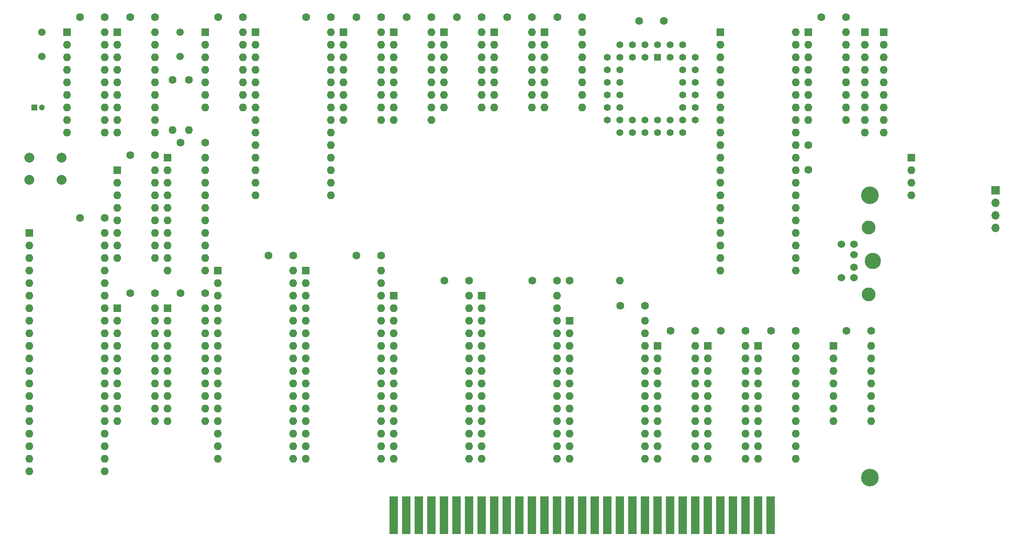
<source format=gbr>
G04 #@! TF.GenerationSoftware,KiCad,Pcbnew,(5.1.8)-1*
G04 #@! TF.CreationDate,2024-04-24T09:04:01-06:00*
G04 #@! TF.ProjectId,8088 PCB,38303838-2050-4434-922e-6b696361645f,rev?*
G04 #@! TF.SameCoordinates,Original*
G04 #@! TF.FileFunction,Soldermask,Bot*
G04 #@! TF.FilePolarity,Negative*
%FSLAX46Y46*%
G04 Gerber Fmt 4.6, Leading zero omitted, Abs format (unit mm)*
G04 Created by KiCad (PCBNEW (5.1.8)-1) date 2024-04-24 09:04:01*
%MOMM*%
%LPD*%
G01*
G04 APERTURE LIST*
%ADD10O,1.600000X1.600000*%
%ADD11R,1.600000X1.600000*%
%ADD12C,1.600000*%
%ADD13O,1.700000X1.700000*%
%ADD14R,1.700000X1.700000*%
%ADD15R,1.780000X7.620000*%
%ADD16C,1.500000*%
%ADD17C,1.422400*%
%ADD18R,1.422400X1.422400*%
%ADD19C,2.000000*%
%ADD20C,1.200000*%
%ADD21R,1.200000X1.200000*%
%ADD22C,3.556000*%
%ADD23C,2.794000*%
%ADD24C,3.302000*%
%ADD25C,1.524000*%
G04 APERTURE END LIST*
D10*
G04 #@! TO.C,R17*
X229870000Y-63500000D03*
X229870000Y-60960000D03*
X229870000Y-58420000D03*
X229870000Y-55880000D03*
X229870000Y-53340000D03*
X229870000Y-50800000D03*
X229870000Y-48260000D03*
X229870000Y-45720000D03*
D11*
X229870000Y-43180000D03*
G04 #@! TD*
D10*
G04 #@! TO.C,R16*
X233680000Y-63500000D03*
X233680000Y-60960000D03*
X233680000Y-58420000D03*
X233680000Y-55880000D03*
X233680000Y-53340000D03*
X233680000Y-50800000D03*
X233680000Y-48260000D03*
X233680000Y-45720000D03*
D11*
X233680000Y-43180000D03*
G04 #@! TD*
D10*
G04 #@! TO.C,R13*
X180340000Y-93472000D03*
D12*
X170180000Y-93472000D03*
G04 #@! TD*
D13*
G04 #@! TO.C,J3*
X256286000Y-82804000D03*
X256286000Y-80264000D03*
X256286000Y-77724000D03*
D14*
X256286000Y-75184000D03*
G04 #@! TD*
D10*
G04 #@! TO.C,R7*
X239268000Y-76200000D03*
X239268000Y-73660000D03*
X239268000Y-71120000D03*
D11*
X239268000Y-68580000D03*
G04 #@! TD*
D10*
G04 #@! TO.C,R2*
X93218000Y-62992000D03*
D12*
X93218000Y-52832000D03*
G04 #@! TD*
D10*
G04 #@! TO.C,R1*
X89916000Y-62992000D03*
D12*
X89916000Y-52832000D03*
G04 #@! TD*
G04 #@! TO.C,C26*
X157560000Y-40132000D03*
X162560000Y-40132000D03*
G04 #@! TD*
G04 #@! TO.C,C25*
X147400000Y-40132000D03*
X152400000Y-40132000D03*
G04 #@! TD*
G04 #@! TO.C,C24*
X200740000Y-103632000D03*
X205740000Y-103632000D03*
G04 #@! TD*
G04 #@! TO.C,C23*
X210900000Y-103632000D03*
X215900000Y-103632000D03*
G04 #@! TD*
G04 #@! TO.C,C22*
X81360000Y-40132000D03*
X86360000Y-40132000D03*
G04 #@! TD*
G04 #@! TO.C,C21*
X167720000Y-40132000D03*
X172720000Y-40132000D03*
G04 #@! TD*
G04 #@! TO.C,C20*
X226140000Y-103632000D03*
X231140000Y-103632000D03*
G04 #@! TD*
G04 #@! TO.C,C19*
X184230000Y-40894000D03*
X189230000Y-40894000D03*
G04 #@! TD*
G04 #@! TO.C,C18*
X99140000Y-40132000D03*
X104140000Y-40132000D03*
G04 #@! TD*
G04 #@! TO.C,C17*
X71200000Y-40132000D03*
X76200000Y-40132000D03*
G04 #@! TD*
G04 #@! TO.C,C16*
X137240000Y-40132000D03*
X142240000Y-40132000D03*
G04 #@! TD*
G04 #@! TO.C,C15*
X144860000Y-93472000D03*
X149860000Y-93472000D03*
G04 #@! TD*
G04 #@! TO.C,C14*
X127080000Y-88392000D03*
X132080000Y-88392000D03*
G04 #@! TD*
G04 #@! TO.C,C13*
X109300000Y-88392000D03*
X114300000Y-88392000D03*
G04 #@! TD*
G04 #@! TO.C,C12*
X127080000Y-40132000D03*
X132080000Y-40132000D03*
G04 #@! TD*
G04 #@! TO.C,C11*
X190580000Y-103632000D03*
X195580000Y-103632000D03*
G04 #@! TD*
G04 #@! TO.C,C10*
X218440000Y-71040000D03*
X218440000Y-66040000D03*
G04 #@! TD*
G04 #@! TO.C,C9*
X116920000Y-40132000D03*
X121920000Y-40132000D03*
G04 #@! TD*
G04 #@! TO.C,C8*
X81360000Y-68072000D03*
X86360000Y-68072000D03*
G04 #@! TD*
G04 #@! TO.C,C7*
X221060000Y-40132000D03*
X226060000Y-40132000D03*
G04 #@! TD*
G04 #@! TO.C,C6*
X162640000Y-93472000D03*
X167640000Y-93472000D03*
G04 #@! TD*
G04 #@! TO.C,C5*
X180420000Y-98552000D03*
X185420000Y-98552000D03*
G04 #@! TD*
G04 #@! TO.C,C4*
X81360000Y-96012000D03*
X86360000Y-96012000D03*
G04 #@! TD*
G04 #@! TO.C,C3*
X91520000Y-65532000D03*
X96520000Y-65532000D03*
G04 #@! TD*
G04 #@! TO.C,C2*
X91520000Y-96012000D03*
X96520000Y-96012000D03*
G04 #@! TD*
G04 #@! TO.C,C1*
X71200000Y-80772000D03*
X76200000Y-80772000D03*
G04 #@! TD*
D15*
G04 #@! TO.C,J1*
X134620000Y-140970000D03*
X137160000Y-140970000D03*
X139700000Y-140970000D03*
X142240000Y-140970000D03*
X144780000Y-140970000D03*
X147320000Y-140970000D03*
X149860000Y-140970000D03*
X152400000Y-140970000D03*
X154940000Y-140970000D03*
X157480000Y-140970000D03*
X160020000Y-140970000D03*
X162560000Y-140970000D03*
X165100000Y-140970000D03*
X167640000Y-140970000D03*
X170180000Y-140970000D03*
X172720000Y-140970000D03*
X175260000Y-140970000D03*
X177800000Y-140970000D03*
X180340000Y-140970000D03*
X182880000Y-140970000D03*
X185420000Y-140970000D03*
X187960000Y-140970000D03*
X190500000Y-140970000D03*
X193040000Y-140970000D03*
X195580000Y-140970000D03*
X198120000Y-140970000D03*
X200660000Y-140970000D03*
X203200000Y-140970000D03*
X205740000Y-140970000D03*
X208280000Y-140970000D03*
X210820000Y-140970000D03*
G04 #@! TD*
D16*
G04 #@! TO.C,Y2*
X63500000Y-43180000D03*
X63500000Y-48080000D03*
G04 #@! TD*
G04 #@! TO.C,Y1*
X91440000Y-43180000D03*
X91440000Y-48080000D03*
G04 #@! TD*
D10*
G04 #@! TO.C,U26*
X162560000Y-43180000D03*
X154940000Y-58420000D03*
X162560000Y-45720000D03*
X154940000Y-55880000D03*
X162560000Y-48260000D03*
X154940000Y-53340000D03*
X162560000Y-50800000D03*
X154940000Y-50800000D03*
X162560000Y-53340000D03*
X154940000Y-48260000D03*
X162560000Y-55880000D03*
X154940000Y-45720000D03*
X162560000Y-58420000D03*
D11*
X154940000Y-43180000D03*
G04 #@! TD*
D10*
G04 #@! TO.C,U25*
X152400000Y-43180000D03*
X144780000Y-58420000D03*
X152400000Y-45720000D03*
X144780000Y-55880000D03*
X152400000Y-48260000D03*
X144780000Y-53340000D03*
X152400000Y-50800000D03*
X144780000Y-50800000D03*
X152400000Y-53340000D03*
X144780000Y-48260000D03*
X152400000Y-55880000D03*
X144780000Y-45720000D03*
X152400000Y-58420000D03*
D11*
X144780000Y-43180000D03*
G04 #@! TD*
D10*
G04 #@! TO.C,U24*
X205740000Y-106680000D03*
X198120000Y-129540000D03*
X205740000Y-109220000D03*
X198120000Y-127000000D03*
X205740000Y-111760000D03*
X198120000Y-124460000D03*
X205740000Y-114300000D03*
X198120000Y-121920000D03*
X205740000Y-116840000D03*
X198120000Y-119380000D03*
X205740000Y-119380000D03*
X198120000Y-116840000D03*
X205740000Y-121920000D03*
X198120000Y-114300000D03*
X205740000Y-124460000D03*
X198120000Y-111760000D03*
X205740000Y-127000000D03*
X198120000Y-109220000D03*
X205740000Y-129540000D03*
D11*
X198120000Y-106680000D03*
G04 #@! TD*
D10*
G04 #@! TO.C,U23*
X215900000Y-106680000D03*
X208280000Y-129540000D03*
X215900000Y-109220000D03*
X208280000Y-127000000D03*
X215900000Y-111760000D03*
X208280000Y-124460000D03*
X215900000Y-114300000D03*
X208280000Y-121920000D03*
X215900000Y-116840000D03*
X208280000Y-119380000D03*
X215900000Y-119380000D03*
X208280000Y-116840000D03*
X215900000Y-121920000D03*
X208280000Y-114300000D03*
X215900000Y-124460000D03*
X208280000Y-111760000D03*
X215900000Y-127000000D03*
X208280000Y-109220000D03*
X215900000Y-129540000D03*
D11*
X208280000Y-106680000D03*
G04 #@! TD*
D10*
G04 #@! TO.C,U22*
X86360000Y-43180000D03*
X78740000Y-63500000D03*
X86360000Y-45720000D03*
X78740000Y-60960000D03*
X86360000Y-48260000D03*
X78740000Y-58420000D03*
X86360000Y-50800000D03*
X78740000Y-55880000D03*
X86360000Y-53340000D03*
X78740000Y-53340000D03*
X86360000Y-55880000D03*
X78740000Y-50800000D03*
X86360000Y-58420000D03*
X78740000Y-48260000D03*
X86360000Y-60960000D03*
X78740000Y-45720000D03*
X86360000Y-63500000D03*
D11*
X78740000Y-43180000D03*
G04 #@! TD*
D10*
G04 #@! TO.C,U21*
X172720000Y-43180000D03*
X165100000Y-58420000D03*
X172720000Y-45720000D03*
X165100000Y-55880000D03*
X172720000Y-48260000D03*
X165100000Y-53340000D03*
X172720000Y-50800000D03*
X165100000Y-50800000D03*
X172720000Y-53340000D03*
X165100000Y-48260000D03*
X172720000Y-55880000D03*
X165100000Y-45720000D03*
X172720000Y-58420000D03*
D11*
X165100000Y-43180000D03*
G04 #@! TD*
D10*
G04 #@! TO.C,U20*
X231140000Y-106680000D03*
X223520000Y-121920000D03*
X231140000Y-109220000D03*
X223520000Y-119380000D03*
X231140000Y-111760000D03*
X223520000Y-116840000D03*
X231140000Y-114300000D03*
X223520000Y-114300000D03*
X231140000Y-116840000D03*
X223520000Y-111760000D03*
X231140000Y-119380000D03*
X223520000Y-109220000D03*
X231140000Y-121920000D03*
D11*
X223520000Y-106680000D03*
G04 #@! TD*
D17*
G04 #@! TO.C,U19*
X195580000Y-48260000D03*
X195580000Y-50800000D03*
X195580000Y-53340000D03*
X195580000Y-55880000D03*
X195580000Y-58420000D03*
X193040000Y-45720000D03*
X193040000Y-50800000D03*
X193040000Y-53340000D03*
X193040000Y-55880000D03*
X193040000Y-58420000D03*
X193040000Y-60960000D03*
X193040000Y-63500000D03*
X190500000Y-63500000D03*
X187960000Y-63500000D03*
X185420000Y-63500000D03*
X182880000Y-63500000D03*
X180340000Y-63500000D03*
X195580000Y-60960000D03*
X190500000Y-60960000D03*
X187960000Y-60960000D03*
X185420000Y-60960000D03*
X182880000Y-60960000D03*
X180340000Y-60960000D03*
X177800000Y-60960000D03*
X177800000Y-58420000D03*
X177800000Y-55880000D03*
X177800000Y-53340000D03*
X177800000Y-50800000D03*
X177800000Y-48260000D03*
X180340000Y-58420000D03*
X180340000Y-55880000D03*
X180340000Y-53340000D03*
X180340000Y-50800000D03*
X180340000Y-48260000D03*
X190500000Y-45720000D03*
X187960000Y-45720000D03*
X180340000Y-45720000D03*
X182880000Y-45720000D03*
X185420000Y-45720000D03*
X193040000Y-48260000D03*
X190500000Y-48260000D03*
X182880000Y-48260000D03*
X185420000Y-48260000D03*
D18*
X187960000Y-48260000D03*
G04 #@! TD*
D10*
G04 #@! TO.C,U18*
X104140000Y-43180000D03*
X96520000Y-58420000D03*
X104140000Y-45720000D03*
X96520000Y-55880000D03*
X104140000Y-48260000D03*
X96520000Y-53340000D03*
X104140000Y-50800000D03*
X96520000Y-50800000D03*
X104140000Y-53340000D03*
X96520000Y-48260000D03*
X104140000Y-55880000D03*
X96520000Y-45720000D03*
X104140000Y-58420000D03*
D11*
X96520000Y-43180000D03*
G04 #@! TD*
D10*
G04 #@! TO.C,U17*
X76200000Y-43180000D03*
X68580000Y-63500000D03*
X76200000Y-45720000D03*
X68580000Y-60960000D03*
X76200000Y-48260000D03*
X68580000Y-58420000D03*
X76200000Y-50800000D03*
X68580000Y-55880000D03*
X76200000Y-53340000D03*
X68580000Y-53340000D03*
X76200000Y-55880000D03*
X68580000Y-50800000D03*
X76200000Y-58420000D03*
X68580000Y-48260000D03*
X76200000Y-60960000D03*
X68580000Y-45720000D03*
X76200000Y-63500000D03*
D11*
X68580000Y-43180000D03*
G04 #@! TD*
D10*
G04 #@! TO.C,U16*
X142240000Y-43180000D03*
X134620000Y-60960000D03*
X142240000Y-45720000D03*
X134620000Y-58420000D03*
X142240000Y-48260000D03*
X134620000Y-55880000D03*
X142240000Y-50800000D03*
X134620000Y-53340000D03*
X142240000Y-53340000D03*
X134620000Y-50800000D03*
X142240000Y-55880000D03*
X134620000Y-48260000D03*
X142240000Y-58420000D03*
X134620000Y-45720000D03*
X142240000Y-60960000D03*
D11*
X134620000Y-43180000D03*
G04 #@! TD*
D10*
G04 #@! TO.C,U15*
X149860000Y-96520000D03*
X134620000Y-129540000D03*
X149860000Y-99060000D03*
X134620000Y-127000000D03*
X149860000Y-101600000D03*
X134620000Y-124460000D03*
X149860000Y-104140000D03*
X134620000Y-121920000D03*
X149860000Y-106680000D03*
X134620000Y-119380000D03*
X149860000Y-109220000D03*
X134620000Y-116840000D03*
X149860000Y-111760000D03*
X134620000Y-114300000D03*
X149860000Y-114300000D03*
X134620000Y-111760000D03*
X149860000Y-116840000D03*
X134620000Y-109220000D03*
X149860000Y-119380000D03*
X134620000Y-106680000D03*
X149860000Y-121920000D03*
X134620000Y-104140000D03*
X149860000Y-124460000D03*
X134620000Y-101600000D03*
X149860000Y-127000000D03*
X134620000Y-99060000D03*
X149860000Y-129540000D03*
D11*
X134620000Y-96520000D03*
G04 #@! TD*
D10*
G04 #@! TO.C,U14*
X132080000Y-91440000D03*
X116840000Y-129540000D03*
X132080000Y-93980000D03*
X116840000Y-127000000D03*
X132080000Y-96520000D03*
X116840000Y-124460000D03*
X132080000Y-99060000D03*
X116840000Y-121920000D03*
X132080000Y-101600000D03*
X116840000Y-119380000D03*
X132080000Y-104140000D03*
X116840000Y-116840000D03*
X132080000Y-106680000D03*
X116840000Y-114300000D03*
X132080000Y-109220000D03*
X116840000Y-111760000D03*
X132080000Y-111760000D03*
X116840000Y-109220000D03*
X132080000Y-114300000D03*
X116840000Y-106680000D03*
X132080000Y-116840000D03*
X116840000Y-104140000D03*
X132080000Y-119380000D03*
X116840000Y-101600000D03*
X132080000Y-121920000D03*
X116840000Y-99060000D03*
X132080000Y-124460000D03*
X116840000Y-96520000D03*
X132080000Y-127000000D03*
X116840000Y-93980000D03*
X132080000Y-129540000D03*
D11*
X116840000Y-91440000D03*
G04 #@! TD*
D10*
G04 #@! TO.C,U13*
X114300000Y-91440000D03*
X99060000Y-129540000D03*
X114300000Y-93980000D03*
X99060000Y-127000000D03*
X114300000Y-96520000D03*
X99060000Y-124460000D03*
X114300000Y-99060000D03*
X99060000Y-121920000D03*
X114300000Y-101600000D03*
X99060000Y-119380000D03*
X114300000Y-104140000D03*
X99060000Y-116840000D03*
X114300000Y-106680000D03*
X99060000Y-114300000D03*
X114300000Y-109220000D03*
X99060000Y-111760000D03*
X114300000Y-111760000D03*
X99060000Y-109220000D03*
X114300000Y-114300000D03*
X99060000Y-106680000D03*
X114300000Y-116840000D03*
X99060000Y-104140000D03*
X114300000Y-119380000D03*
X99060000Y-101600000D03*
X114300000Y-121920000D03*
X99060000Y-99060000D03*
X114300000Y-124460000D03*
X99060000Y-96520000D03*
X114300000Y-127000000D03*
X99060000Y-93980000D03*
X114300000Y-129540000D03*
D11*
X99060000Y-91440000D03*
G04 #@! TD*
D10*
G04 #@! TO.C,U12*
X132080000Y-43180000D03*
X124460000Y-60960000D03*
X132080000Y-45720000D03*
X124460000Y-58420000D03*
X132080000Y-48260000D03*
X124460000Y-55880000D03*
X132080000Y-50800000D03*
X124460000Y-53340000D03*
X132080000Y-53340000D03*
X124460000Y-50800000D03*
X132080000Y-55880000D03*
X124460000Y-48260000D03*
X132080000Y-58420000D03*
X124460000Y-45720000D03*
X132080000Y-60960000D03*
D11*
X124460000Y-43180000D03*
G04 #@! TD*
D10*
G04 #@! TO.C,U11*
X195580000Y-106680000D03*
X187960000Y-129540000D03*
X195580000Y-109220000D03*
X187960000Y-127000000D03*
X195580000Y-111760000D03*
X187960000Y-124460000D03*
X195580000Y-114300000D03*
X187960000Y-121920000D03*
X195580000Y-116840000D03*
X187960000Y-119380000D03*
X195580000Y-119380000D03*
X187960000Y-116840000D03*
X195580000Y-121920000D03*
X187960000Y-114300000D03*
X195580000Y-124460000D03*
X187960000Y-111760000D03*
X195580000Y-127000000D03*
X187960000Y-109220000D03*
X195580000Y-129540000D03*
D11*
X187960000Y-106680000D03*
G04 #@! TD*
D10*
G04 #@! TO.C,U10*
X215900000Y-43180000D03*
X200660000Y-91440000D03*
X215900000Y-45720000D03*
X200660000Y-88900000D03*
X215900000Y-48260000D03*
X200660000Y-86360000D03*
X215900000Y-50800000D03*
X200660000Y-83820000D03*
X215900000Y-53340000D03*
X200660000Y-81280000D03*
X215900000Y-55880000D03*
X200660000Y-78740000D03*
X215900000Y-58420000D03*
X200660000Y-76200000D03*
X215900000Y-60960000D03*
X200660000Y-73660000D03*
X215900000Y-63500000D03*
X200660000Y-71120000D03*
X215900000Y-66040000D03*
X200660000Y-68580000D03*
X215900000Y-68580000D03*
X200660000Y-66040000D03*
X215900000Y-71120000D03*
X200660000Y-63500000D03*
X215900000Y-73660000D03*
X200660000Y-60960000D03*
X215900000Y-76200000D03*
X200660000Y-58420000D03*
X215900000Y-78740000D03*
X200660000Y-55880000D03*
X215900000Y-81280000D03*
X200660000Y-53340000D03*
X215900000Y-83820000D03*
X200660000Y-50800000D03*
X215900000Y-86360000D03*
X200660000Y-48260000D03*
X215900000Y-88900000D03*
X200660000Y-45720000D03*
X215900000Y-91440000D03*
D11*
X200660000Y-43180000D03*
G04 #@! TD*
D10*
G04 #@! TO.C,U9*
X121920000Y-43180000D03*
X106680000Y-76200000D03*
X121920000Y-45720000D03*
X106680000Y-73660000D03*
X121920000Y-48260000D03*
X106680000Y-71120000D03*
X121920000Y-50800000D03*
X106680000Y-68580000D03*
X121920000Y-53340000D03*
X106680000Y-66040000D03*
X121920000Y-55880000D03*
X106680000Y-63500000D03*
X121920000Y-58420000D03*
X106680000Y-60960000D03*
X121920000Y-60960000D03*
X106680000Y-58420000D03*
X121920000Y-63500000D03*
X106680000Y-55880000D03*
X121920000Y-66040000D03*
X106680000Y-53340000D03*
X121920000Y-68580000D03*
X106680000Y-50800000D03*
X121920000Y-71120000D03*
X106680000Y-48260000D03*
X121920000Y-73660000D03*
X106680000Y-45720000D03*
X121920000Y-76200000D03*
D11*
X106680000Y-43180000D03*
G04 #@! TD*
D10*
G04 #@! TO.C,U8*
X86360000Y-71120000D03*
X78740000Y-88900000D03*
X86360000Y-73660000D03*
X78740000Y-86360000D03*
X86360000Y-76200000D03*
X78740000Y-83820000D03*
X86360000Y-78740000D03*
X78740000Y-81280000D03*
X86360000Y-81280000D03*
X78740000Y-78740000D03*
X86360000Y-83820000D03*
X78740000Y-76200000D03*
X86360000Y-86360000D03*
X78740000Y-73660000D03*
X86360000Y-88900000D03*
D11*
X78740000Y-71120000D03*
G04 #@! TD*
D10*
G04 #@! TO.C,U7*
X226060000Y-43180000D03*
X218440000Y-60960000D03*
X226060000Y-45720000D03*
X218440000Y-58420000D03*
X226060000Y-48260000D03*
X218440000Y-55880000D03*
X226060000Y-50800000D03*
X218440000Y-53340000D03*
X226060000Y-53340000D03*
X218440000Y-50800000D03*
X226060000Y-55880000D03*
X218440000Y-48260000D03*
X226060000Y-58420000D03*
X218440000Y-45720000D03*
X226060000Y-60960000D03*
D11*
X218440000Y-43180000D03*
G04 #@! TD*
D10*
G04 #@! TO.C,U6*
X167640000Y-96520000D03*
X152400000Y-129540000D03*
X167640000Y-99060000D03*
X152400000Y-127000000D03*
X167640000Y-101600000D03*
X152400000Y-124460000D03*
X167640000Y-104140000D03*
X152400000Y-121920000D03*
X167640000Y-106680000D03*
X152400000Y-119380000D03*
X167640000Y-109220000D03*
X152400000Y-116840000D03*
X167640000Y-111760000D03*
X152400000Y-114300000D03*
X167640000Y-114300000D03*
X152400000Y-111760000D03*
X167640000Y-116840000D03*
X152400000Y-109220000D03*
X167640000Y-119380000D03*
X152400000Y-106680000D03*
X167640000Y-121920000D03*
X152400000Y-104140000D03*
X167640000Y-124460000D03*
X152400000Y-101600000D03*
X167640000Y-127000000D03*
X152400000Y-99060000D03*
X167640000Y-129540000D03*
D11*
X152400000Y-96520000D03*
G04 #@! TD*
D10*
G04 #@! TO.C,U5*
X185420000Y-101600000D03*
X170180000Y-129540000D03*
X185420000Y-104140000D03*
X170180000Y-127000000D03*
X185420000Y-106680000D03*
X170180000Y-124460000D03*
X185420000Y-109220000D03*
X170180000Y-121920000D03*
X185420000Y-111760000D03*
X170180000Y-119380000D03*
X185420000Y-114300000D03*
X170180000Y-116840000D03*
X185420000Y-116840000D03*
X170180000Y-114300000D03*
X185420000Y-119380000D03*
X170180000Y-111760000D03*
X185420000Y-121920000D03*
X170180000Y-109220000D03*
X185420000Y-124460000D03*
X170180000Y-106680000D03*
X185420000Y-127000000D03*
X170180000Y-104140000D03*
X185420000Y-129540000D03*
D11*
X170180000Y-101600000D03*
G04 #@! TD*
D10*
G04 #@! TO.C,U4*
X86360000Y-99060000D03*
X78740000Y-121920000D03*
X86360000Y-101600000D03*
X78740000Y-119380000D03*
X86360000Y-104140000D03*
X78740000Y-116840000D03*
X86360000Y-106680000D03*
X78740000Y-114300000D03*
X86360000Y-109220000D03*
X78740000Y-111760000D03*
X86360000Y-111760000D03*
X78740000Y-109220000D03*
X86360000Y-114300000D03*
X78740000Y-106680000D03*
X86360000Y-116840000D03*
X78740000Y-104140000D03*
X86360000Y-119380000D03*
X78740000Y-101600000D03*
X86360000Y-121920000D03*
D11*
X78740000Y-99060000D03*
G04 #@! TD*
D10*
G04 #@! TO.C,U3*
X96520000Y-68580000D03*
X88900000Y-91440000D03*
X96520000Y-71120000D03*
X88900000Y-88900000D03*
X96520000Y-73660000D03*
X88900000Y-86360000D03*
X96520000Y-76200000D03*
X88900000Y-83820000D03*
X96520000Y-78740000D03*
X88900000Y-81280000D03*
X96520000Y-81280000D03*
X88900000Y-78740000D03*
X96520000Y-83820000D03*
X88900000Y-76200000D03*
X96520000Y-86360000D03*
X88900000Y-73660000D03*
X96520000Y-88900000D03*
X88900000Y-71120000D03*
X96520000Y-91440000D03*
D11*
X88900000Y-68580000D03*
G04 #@! TD*
D10*
G04 #@! TO.C,U2*
X96520000Y-99060000D03*
X88900000Y-121920000D03*
X96520000Y-101600000D03*
X88900000Y-119380000D03*
X96520000Y-104140000D03*
X88900000Y-116840000D03*
X96520000Y-106680000D03*
X88900000Y-114300000D03*
X96520000Y-109220000D03*
X88900000Y-111760000D03*
X96520000Y-111760000D03*
X88900000Y-109220000D03*
X96520000Y-114300000D03*
X88900000Y-106680000D03*
X96520000Y-116840000D03*
X88900000Y-104140000D03*
X96520000Y-119380000D03*
X88900000Y-101600000D03*
X96520000Y-121920000D03*
D11*
X88900000Y-99060000D03*
G04 #@! TD*
D10*
G04 #@! TO.C,U1*
X76200000Y-83820000D03*
X60960000Y-132080000D03*
X76200000Y-86360000D03*
X60960000Y-129540000D03*
X76200000Y-88900000D03*
X60960000Y-127000000D03*
X76200000Y-91440000D03*
X60960000Y-124460000D03*
X76200000Y-93980000D03*
X60960000Y-121920000D03*
X76200000Y-96520000D03*
X60960000Y-119380000D03*
X76200000Y-99060000D03*
X60960000Y-116840000D03*
X76200000Y-101600000D03*
X60960000Y-114300000D03*
X76200000Y-104140000D03*
X60960000Y-111760000D03*
X76200000Y-106680000D03*
X60960000Y-109220000D03*
X76200000Y-109220000D03*
X60960000Y-106680000D03*
X76200000Y-111760000D03*
X60960000Y-104140000D03*
X76200000Y-114300000D03*
X60960000Y-101600000D03*
X76200000Y-116840000D03*
X60960000Y-99060000D03*
X76200000Y-119380000D03*
X60960000Y-96520000D03*
X76200000Y-121920000D03*
X60960000Y-93980000D03*
X76200000Y-124460000D03*
X60960000Y-91440000D03*
X76200000Y-127000000D03*
X60960000Y-88900000D03*
X76200000Y-129540000D03*
X60960000Y-86360000D03*
X76200000Y-132080000D03*
D11*
X60960000Y-83820000D03*
G04 #@! TD*
D19*
G04 #@! TO.C,SW1*
X67460000Y-68580000D03*
X67460000Y-73080000D03*
X60960000Y-68580000D03*
X60960000Y-73080000D03*
G04 #@! TD*
D20*
G04 #@! TO.C,C123*
X63500000Y-58420000D03*
D21*
X62000000Y-58420000D03*
G04 #@! TD*
D22*
G04 #@! TO.C,R*
X230886000Y-76200000D03*
G04 #@! TD*
D23*
G04 #@! TO.C,J2*
X230632000Y-82753200D03*
X230632000Y-96266000D03*
D24*
X231444800Y-89509600D03*
D25*
X225145600Y-92913200D03*
X225145600Y-86106000D03*
X227634800Y-90805000D03*
X227634800Y-88214200D03*
X227634800Y-92913200D03*
X227634800Y-86106000D03*
G04 #@! TD*
D22*
G04 #@! TO.C,R*
X230886000Y-133350000D03*
G04 #@! TD*
M02*

</source>
